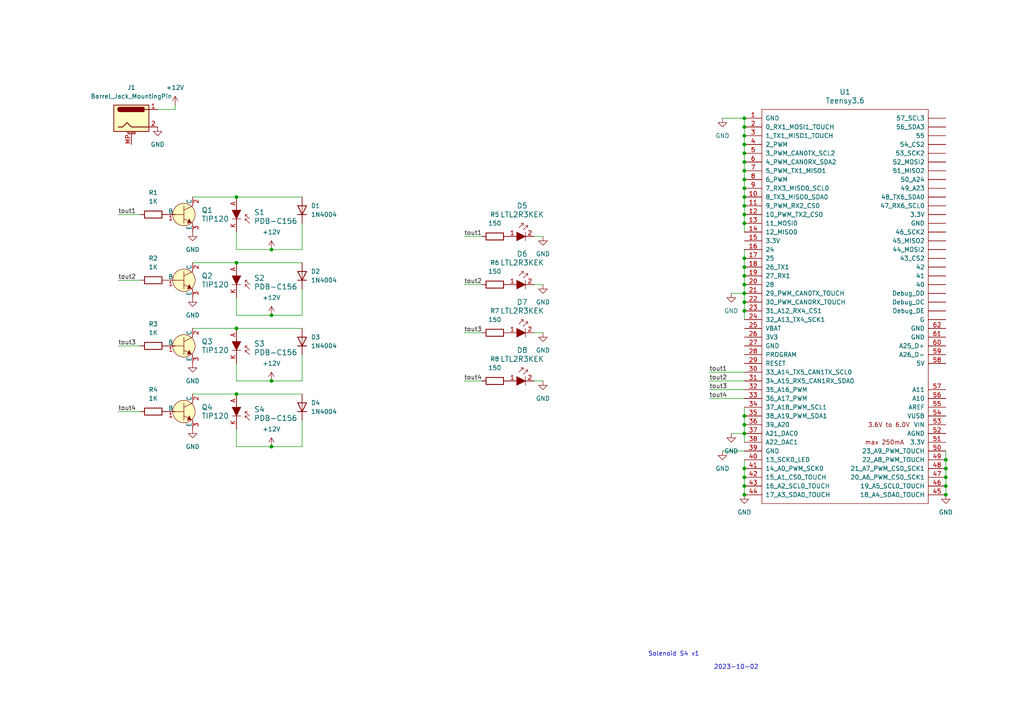
<source format=kicad_sch>
(kicad_sch (version 20230121) (generator eeschema)
  (paper "A4")
  (lib_symbols
    (symbol "Connector:Barrel_Jack_MountingPin" (pin_names hide)
      (property "Reference" "J" (at 0 5.334 0))
      (property "Value" "Barrel_Jack_MountingPin" (at 1.27 -6.35 0))
      (symbol "Barrel_Jack_MountingPin_0_1"
        (rectangle (start -5.08 3.81) (end 5.08 -3.81) (stroke (width 0.254)) (fill (type background)))
        (arc (start -3.302 3.175) (mid -3.9343 2.54) (end -3.302 1.905) (stroke (width 0.254)))
        (arc (start -3.302 3.175) (mid -3.9343 2.54) (end -3.302 1.905) (stroke (width 0.254)) (fill (type outline)))
        (polyline (pts (xy 5.08 2.54) (xy 3.81 2.54)) (stroke (width 0.254)))
        (polyline (pts (xy -3.81 -2.54) (xy -2.54 -2.54) (xy -1.27 -1.27) (xy 0 -2.54) (xy 2.54 -2.54) (xy 5.08 -2.54)) (stroke (width 0.254)))
        (rectangle (start 3.683 3.175) (end -3.302 1.905) (stroke (width 0.254)) (fill (type outline)))
      )
      (symbol "Barrel_Jack_MountingPin_1_1"
        (polyline (pts (xy -1.016 -4.572) (xy 1.016 -4.572)) (stroke (width 0.1524)))
        (text "Mounting" (at 0 -4.191 0) (effects (font (size 0.381 0.381))))
        (pin passive line (at 7.62 2.54 180) (length 2.54) (name "~") (number "1"))
        (pin passive line (at 7.62 -2.54 180) (length 2.54) (name "~") (number "2"))
        (pin passive line (at 0 -7.62 90) (length 3.048) (name "MountPin") (number "MP"))
      )
    )
    (symbol "Device:R" (pin_numbers hide) (pin_names (offset 0))
      (property "Reference" "R" (at 2.032 0 90))
      (property "Value" "R" (at 0 0 90))
      (symbol "R_0_1"
        (rectangle (start -1.016 -2.54) (end 1.016 2.54) (stroke (width 0.254)))
      )
      (symbol "R_1_1"
        (pin passive line (at 0 3.81 270) (length 1.27) (name "~") (number "1"))
        (pin passive line (at 0 -3.81 90) (length 1.27) (name "~") (number "2"))
      )
    )
    (symbol "Diode:1N4004" (pin_numbers hide) (pin_names hide)
      (property "Reference" "D" (at 0 2.54 0))
      (property "Value" "1N4004" (at 0 -2.54 0))
      (symbol "1N4004_0_1"
        (polyline (pts (xy -1.27 1.27) (xy -1.27 -1.27)) (stroke (width 0.254)))
        (polyline (pts (xy 1.27 0) (xy -1.27 0)))
        (polyline (pts (xy 1.27 1.27) (xy 1.27 -1.27) (xy -1.27 0) (xy 1.27 1.27)) (stroke (width 0.254)))
      )
      (symbol "1N4004_1_1"
        (pin passive line (at -3.81 0 0) (length 2.54) (name "K") (number "1"))
        (pin passive line (at 3.81 0 180) (length 2.54) (name "A") (number "2"))
      )
    )
    (symbol "dk_LED-Indication-Discrete:LTL2R3KEK" (pin_names (offset 0))
      (property "Reference" "D" (at -3.81 2.54 0))
      (property "Value" "LTL2R3KEK" (at -1.27 -3.81 0))
      (symbol "LTL2R3KEK_0_1"
        (polyline (pts (xy -0.635 3.81) (xy -1.905 2.54)))
        (polyline (pts (xy 0 1.27) (xy 0 -1.27)))
        (polyline (pts (xy 0.635 3.175) (xy -0.635 1.905)))
        (polyline (pts (xy -1.27 3.81) (xy -0.635 3.81) (xy -0.635 3.175)))
        (polyline (pts (xy 0 3.175) (xy 0.635 3.175) (xy 0.635 2.54)))
        (polyline (pts (xy -2.54 1.27) (xy -2.54 -1.27) (xy 0 0) (xy -2.54 1.27)) (fill (type outline)))
      )
      (symbol "LTL2R3KEK_1_1"
        (pin passive line (at -5.08 0 0) (length 2.54) (name "~") (number "1"))
        (pin passive line (at 2.54 0 180) (length 2.54) (name "~") (number "2"))
      )
    )
    (symbol "dk_Optical-Sensors-Photodiodes:PDB-C156" (pin_names (offset 0) hide)
      (property "Reference" "PV" (at 1.27 5.08 0))
      (property "Value" "PDB-C156" (at 1.27 -3.81 0))
      (symbol "PDB-C156_0_1"
        (polyline (pts (xy 1.27 1.27) (xy 1.27 -1.27)))
        (polyline (pts (xy -1.27 1.27) (xy -1.27 -1.27) (xy 1.27 0) (xy -1.27 1.27)) (fill (type outline)))
        (polyline (pts (xy 0 2.54) (xy 0.635 2.54) (xy 0 2.54) (xy 0 3.175) (xy 0 2.54) (xy 1.27 3.81)))
        (polyline (pts (xy 1.27 2.54) (xy 1.27 3.175) (xy 1.27 2.54) (xy 1.905 2.54) (xy 1.27 2.54) (xy 2.54 3.81)))
      )
      (symbol "PDB-C156_1_1"
        (pin passive line (at -5.08 0 0) (length 3.81) (name "~") (number "A"))
        (pin passive line (at 5.08 0 180) (length 3.81) (name "~") (number "K"))
      )
    )
    (symbol "dk_Transistors-Bipolar-BJT-Single:TIP120" (pin_names (offset 0))
      (property "Reference" "Q" (at -3.2004 4.2164 0))
      (property "Value" "TIP120" (at 5.2324 0 90))
      (symbol "TIP120_0_1"
        (polyline (pts (xy -3.81 0) (xy -2.54 0)))
        (polyline (pts (xy -3.556 0) (xy 0 0)))
        (polyline (pts (xy 0 -1.27) (xy 2.54 -2.54)))
        (polyline (pts (xy 0 1.27) (xy 2.54 2.54)))
        (polyline (pts (xy 0 2.54) (xy 0 -2.54)))
        (polyline (pts (xy 1.524 -1.27) (xy 2.032 -2.286) (xy 1.016 -2.54) (xy 1.524 -1.27)) (fill (type outline)))
        (circle (center 0 0) (radius 3.2512) (fill (type background)))
      )
      (symbol "TIP120_1_1"
        (pin input line (at -5.08 0 0) (length 2.54) (name "B") (number "1"))
        (pin passive line (at 2.54 5.08 270) (length 2.54) (name "C") (number "2"))
        (pin passive line (at 2.54 -5.08 90) (length 2.54) (name "E") (number "3"))
      )
    )
    (symbol "power:+12V" (power) (pin_names (offset 0))
      (property "Value" "+12V" (at 0 3.556 0))
      (symbol "+12V_0_1"
        (polyline (pts (xy -0.762 1.27) (xy 0 2.54)))
        (polyline (pts (xy 0 0) (xy 0 2.54)))
        (polyline (pts (xy 0 2.54) (xy 0.762 1.27)))
      )
      (symbol "+12V_1_1"
        (pin power_in line (at 0 0 90) (length 0) hide (name "+12V") (number "1"))
      )
    )
    (symbol "power:GND" (power) (pin_names (offset 0))
      (property "Value" "GND" (at 0 -3.81 0))
      (symbol "GND_0_1"
        (polyline (pts (xy 0 0) (xy 0 -1.27) (xy 1.27 -1.27) (xy 0 -2.54) (xy -1.27 -1.27) (xy 0 -1.27)))
      )
      (symbol "GND_1_1"
        (pin power_in line (at 0 0 270) (length 0) hide (name "GND") (number "1"))
      )
    )
    (symbol "teensy:Teensy3.6" (pin_names (offset 1.016))
      (property "Reference" "U" (at 0 59.69 0))
      (property "Value" "Teensy3.6" (at 0 -59.69 0))
      (symbol "Teensy3.6_0_0"
        (rectangle (start -24.13 57.15) (end 24.13 -57.15))
        (text "3.6V to 6.0V" (at 12.7 -34.29 0) (effects (font (size 1.27 1.27))))
        (text "max 250mA" (at 11.43 -39.37 0) (effects (font (size 1.27 1.27))))
      )
      (symbol "Teensy3.6_1_1"
        (pin power_in line (at -29.21 54.61 0) (length 5.08) (name "GND") (number "1"))
        (pin bidirectional line (at -29.21 31.75 0) (length 5.08) (name "8_TX3_MISO0_SDA0") (number "10"))
        (pin bidirectional line (at -29.21 29.21 0) (length 5.08) (name "9_PWM_RX2_CS0") (number "11"))
        (pin bidirectional line (at -29.21 26.67 0) (length 5.08) (name "10_PWM_TX2_CS0") (number "12"))
        (pin bidirectional line (at -29.21 24.13 0) (length 5.08) (name "11_MOSI0") (number "13"))
        (pin bidirectional line (at -29.21 21.59 0) (length 5.08) (name "12_MISO0") (number "14"))
        (pin power_in line (at -29.21 19.05 0) (length 5.08) (name "3.3V") (number "15"))
        (pin bidirectional line (at -29.21 16.51 0) (length 5.08) (name "24") (number "16"))
        (pin bidirectional line (at -29.21 13.97 0) (length 5.08) (name "25") (number "17"))
        (pin bidirectional line (at -29.21 11.43 0) (length 5.08) (name "26_TX1") (number "18"))
        (pin bidirectional line (at -29.21 8.89 0) (length 5.08) (name "27_RX1") (number "19"))
        (pin bidirectional line (at -29.21 52.07 0) (length 5.08) (name "0_RX1_MOSI1_TOUCH") (number "2"))
        (pin bidirectional line (at -29.21 6.35 0) (length 5.08) (name "28") (number "20"))
        (pin bidirectional line (at -29.21 3.81 0) (length 5.08) (name "29_PWM_CAN0TX_TOUCH") (number "21"))
        (pin bidirectional line (at -29.21 1.27 0) (length 5.08) (name "30_PWM_CAN0RX_TOUCH") (number "22"))
        (pin bidirectional line (at -29.21 -1.27 0) (length 5.08) (name "31_A12_RX4_CS1") (number "23"))
        (pin bidirectional line (at -29.21 -3.81 0) (length 5.08) (name "32_A13_TX4_SCK1") (number "24"))
        (pin power_in line (at -29.21 -6.35 0) (length 5.08) (name "VBAT") (number "25"))
        (pin power_in line (at -29.21 -8.89 0) (length 5.08) (name "3V3") (number "26"))
        (pin power_in line (at -29.21 -11.43 0) (length 5.08) (name "GND") (number "27"))
        (pin input line (at -29.21 -13.97 0) (length 5.08) (name "PROGRAM") (number "28"))
        (pin input line (at -29.21 -16.51 0) (length 5.08) (name "RESET") (number "29"))
        (pin bidirectional line (at -29.21 49.53 0) (length 5.08) (name "1_TX1_MISO1_TOUCH") (number "3"))
        (pin bidirectional line (at -29.21 -19.05 0) (length 5.08) (name "33_A14_TX5_CAN1TX_SCL0") (number "30"))
        (pin bidirectional line (at -29.21 -21.59 0) (length 5.08) (name "34_A15_RX5_CAN1RX_SDA0") (number "31"))
        (pin bidirectional line (at -29.21 -24.13 0) (length 5.08) (name "35_A16_PWM") (number "32"))
        (pin bidirectional line (at -29.21 -26.67 0) (length 5.08) (name "36_A17_PWM") (number "33"))
        (pin bidirectional line (at -29.21 -29.21 0) (length 5.08) (name "37_A18_PWM_SCL1") (number "34"))
        (pin bidirectional line (at -29.21 -31.75 0) (length 5.08) (name "38_A19_PWM_SDA1") (number "35"))
        (pin bidirectional line (at -29.21 -34.29 0) (length 5.08) (name "39_A20") (number "36"))
        (pin bidirectional line (at -29.21 -36.83 0) (length 5.08) (name "A21_DAC0") (number "37"))
        (pin bidirectional line (at -29.21 -39.37 0) (length 5.08) (name "A22_DAC1") (number "38"))
        (pin power_in line (at -29.21 -41.91 0) (length 5.08) (name "GND") (number "39"))
        (pin bidirectional line (at -29.21 46.99 0) (length 5.08) (name "2_PWM") (number "4"))
        (pin bidirectional line (at -29.21 -44.45 0) (length 5.08) (name "13_SCK0_LED") (number "40"))
        (pin bidirectional line (at -29.21 -46.99 0) (length 5.08) (name "14_A0_PWM_SCK0") (number "41"))
        (pin bidirectional line (at -29.21 -49.53 0) (length 5.08) (name "15_A1_CS0_TOUCH") (number "42"))
        (pin bidirectional line (at -29.21 -52.07 0) (length 5.08) (name "16_A2_SCL0_TOUCH") (number "43"))
        (pin bidirectional line (at -29.21 -54.61 0) (length 5.08) (name "17_A3_SDA0_TOUCH") (number "44"))
        (pin bidirectional line (at 29.21 -54.61 180) (length 5.08) (name "18_A4_SDA0_TOUCH") (number "45"))
        (pin bidirectional line (at 29.21 -52.07 180) (length 5.08) (name "19_A5_SCL0_TOUCH") (number "46"))
        (pin bidirectional line (at 29.21 -49.53 180) (length 5.08) (name "20_A6_PWM_CS0_SCK1") (number "47"))
        (pin bidirectional line (at 29.21 -46.99 180) (length 5.08) (name "21_A7_PWM_CS0_SCK1") (number "48"))
        (pin bidirectional line (at 29.21 -44.45 180) (length 5.08) (name "22_A8_PWM_TOUCH") (number "49"))
        (pin bidirectional line (at -29.21 44.45 0) (length 5.08) (name "3_PWM_CAN0TX_SCL2") (number "5"))
        (pin bidirectional line (at 29.21 -41.91 180) (length 5.08) (name "23_A9_PWM_TOUCH") (number "50"))
        (pin power_out line (at 29.21 -39.37 180) (length 5.08) (name "3.3V") (number "51"))
        (pin power_out line (at 29.21 -36.83 180) (length 5.08) (name "AGND") (number "52"))
        (pin power_in line (at 29.21 -34.29 180) (length 5.08) (name "VIN") (number "53"))
        (pin power_in line (at 29.21 -31.75 180) (length 5.08) (name "VUSB") (number "54"))
        (pin input line (at 29.21 -29.21 180) (length 5.08) (name "AREF") (number "55"))
        (pin bidirectional line (at 29.21 -26.67 180) (length 5.08) (name "A10") (number "56"))
        (pin bidirectional line (at 29.21 -24.13 180) (length 5.08) (name "A11") (number "57"))
        (pin power_in line (at 29.21 -16.51 180) (length 5.08) (name "5V") (number "58"))
        (pin bidirectional line (at 29.21 -13.97 180) (length 5.08) (name "A26_D-") (number "59"))
        (pin bidirectional line (at -29.21 41.91 0) (length 5.08) (name "4_PWM_CAN0RX_SDA2") (number "6"))
        (pin bidirectional line (at 29.21 -11.43 180) (length 5.08) (name "A25_D+") (number "60"))
        (pin power_in line (at 29.21 -8.89 180) (length 5.08) (name "GND") (number "61"))
        (pin power_in line (at 29.21 -6.35 180) (length 5.08) (name "GND") (number "62"))
        (pin bidirectional line (at -29.21 39.37 0) (length 5.08) (name "5_PWM_TX1_MISO1") (number "7"))
        (pin bidirectional line (at -29.21 36.83 0) (length 5.08) (name "6_PWM") (number "8"))
        (pin bidirectional line (at -29.21 34.29 0) (length 5.08) (name "7_RX3_MISO0_SCL0") (number "9"))
        (pin power_in line (at 29.21 26.67 180) (length 5.08) (name "3.3V") (number "~"))
        (pin bidirectional line (at 29.21 6.35 180) (length 5.08) (name "40") (number "~"))
        (pin bidirectional line (at 29.21 8.89 180) (length 5.08) (name "41") (number "~"))
        (pin bidirectional line (at 29.21 11.43 180) (length 5.08) (name "42") (number "~"))
        (pin bidirectional line (at 29.21 13.97 180) (length 5.08) (name "43_CS2") (number "~"))
        (pin bidirectional line (at 29.21 16.51 180) (length 5.08) (name "44_MOSI2") (number "~"))
        (pin bidirectional line (at 29.21 19.05 180) (length 5.08) (name "45_MISO2") (number "~"))
        (pin bidirectional line (at 29.21 21.59 180) (length 5.08) (name "46_SCK2") (number "~"))
        (pin bidirectional line (at 29.21 29.21 180) (length 5.08) (name "47_RX6_SCL0") (number "~"))
        (pin bidirectional line (at 29.21 31.75 180) (length 5.08) (name "48_TX6_SDA0") (number "~"))
        (pin bidirectional line (at 29.21 34.29 180) (length 5.08) (name "49_A23") (number "~"))
        (pin bidirectional line (at 29.21 36.83 180) (length 5.08) (name "50_A24") (number "~"))
        (pin bidirectional line (at 29.21 39.37 180) (length 5.08) (name "51_MISO2") (number "~"))
        (pin bidirectional line (at 29.21 41.91 180) (length 5.08) (name "52_MOSI2") (number "~"))
        (pin bidirectional line (at 29.21 44.45 180) (length 5.08) (name "53_SCK2") (number "~"))
        (pin bidirectional line (at 29.21 46.99 180) (length 5.08) (name "54_CS2") (number "~"))
        (pin bidirectional line (at 29.21 49.53 180) (length 5.08) (name "55") (number "~"))
        (pin bidirectional line (at 29.21 52.07 180) (length 5.08) (name "56_SDA3") (number "~"))
        (pin bidirectional line (at 29.21 54.61 180) (length 5.08) (name "57_SCL3") (number "~"))
        (pin input line (at 29.21 1.27 180) (length 5.08) (name "Debug_DC") (number "~"))
        (pin input line (at 29.21 3.81 180) (length 5.08) (name "Debug_DD") (number "~"))
        (pin input line (at 29.21 -1.27 180) (length 5.08) (name "Debug_DE") (number "~"))
        (pin power_in line (at 29.21 -3.81 180) (length 5.08) (name "G") (number "~"))
        (pin power_in line (at 29.21 24.13 180) (length 5.08) (name "GND") (number "~"))
      )
    )
  )
  (junction (at 274.32 133.35))
  (junction (at 215.9 49.53))
  (junction (at 215.9 135.89))
  (junction (at 274.32 143.51))
  (junction (at 215.9 46.99))
  (junction (at 215.9 57.15))
  (junction (at 215.9 41.91))
  (junction (at 215.9 125.73))
  (junction (at 215.9 87.63))
  (junction (at 68.58 57.15))
  (junction (at 274.32 140.97))
  (junction (at 215.9 138.43))
  (junction (at 215.9 74.93))
  (junction (at 68.58 95.25))
  (junction (at 274.32 138.43))
  (junction (at 215.9 62.23))
  (junction (at 68.58 76.2))
  (junction (at 78.74 91.44))
  (junction (at 215.9 143.51))
  (junction (at 215.9 44.45))
  (junction (at 215.9 64.77))
  (junction (at 274.32 135.89))
  (junction (at 215.9 120.65))
  (junction (at 215.9 80.01))
  (junction (at 215.9 85.09))
  (junction (at 215.9 54.61))
  (junction (at 68.58 114.3))
  (junction (at 78.74 110.49))
  (junction (at 215.9 82.55))
  (junction (at 215.9 34.29))
  (junction (at 215.9 39.37))
  (junction (at 215.9 77.47))
  (junction (at 215.9 140.97))
  (junction (at 78.74 72.39))
  (junction (at 215.9 36.83))
  (junction (at 215.9 59.69))
  (junction (at 215.9 123.19))
  (junction (at 215.9 52.07))
  (junction (at 215.9 90.17))
  (junction (at 78.74 129.54))
  (wire (pts (xy 68.58 95.25) (xy 87.63 95.25)))
  (wire (pts (xy 55.88 57.15) (xy 68.58 57.15)))
  (wire (pts (xy 215.9 62.23) (xy 215.9 64.77)))
  (wire (pts (xy 215.9 118.11) (xy 215.9 120.65)))
  (wire (pts (xy 78.74 91.44) (xy 68.58 91.44)))
  (wire (pts (xy 212.09 125.73) (xy 215.9 125.73)))
  (wire (pts (xy 215.9 87.63) (xy 215.9 90.17)))
  (wire (pts (xy 215.9 72.39) (xy 215.9 74.93)))
  (wire (pts (xy 215.9 135.89) (xy 215.9 138.43)))
  (wire (pts (xy 205.74 107.95) (xy 215.9 107.95)))
  (wire (pts (xy 215.9 77.47) (xy 215.9 80.01)))
  (wire (pts (xy 215.9 74.93) (xy 215.9 77.47)))
  (wire (pts (xy 205.74 115.57) (xy 215.9 115.57)))
  (wire (pts (xy 134.62 68.58) (xy 139.7 68.58)))
  (wire (pts (xy 87.63 83.82) (xy 87.63 91.44)))
  (wire (pts (xy 55.88 114.3) (xy 68.58 114.3)))
  (wire (pts (xy 209.55 130.81) (xy 215.9 130.81)))
  (wire (pts (xy 34.29 81.28) (xy 40.64 81.28)))
  (wire (pts (xy 205.74 110.49) (xy 215.9 110.49)))
  (wire (pts (xy 78.74 110.49) (xy 87.63 110.49)))
  (wire (pts (xy 215.9 41.91) (xy 215.9 44.45)))
  (wire (pts (xy 215.9 39.37) (xy 215.9 41.91)))
  (wire (pts (xy 68.58 67.31) (xy 68.58 72.39)))
  (wire (pts (xy 55.88 76.2) (xy 68.58 76.2)))
  (wire (pts (xy 212.09 85.09) (xy 215.9 85.09)))
  (wire (pts (xy 55.88 95.25) (xy 68.58 95.25)))
  (wire (pts (xy 68.58 105.41) (xy 68.58 110.49)))
  (wire (pts (xy 34.29 119.38) (xy 40.64 119.38)))
  (wire (pts (xy 68.58 57.15) (xy 87.63 57.15)))
  (wire (pts (xy 154.94 96.52) (xy 157.48 96.52)))
  (wire (pts (xy 50.8 30.48) (xy 50.8 31.75)))
  (wire (pts (xy 215.9 123.19) (xy 215.9 125.73)))
  (wire (pts (xy 154.94 110.49) (xy 157.48 110.49)))
  (wire (pts (xy 215.9 120.65) (xy 215.9 123.19)))
  (wire (pts (xy 78.74 129.54) (xy 68.58 129.54)))
  (wire (pts (xy 78.74 129.54) (xy 87.63 129.54)))
  (wire (pts (xy 215.9 64.77) (xy 215.9 67.31)))
  (wire (pts (xy 68.58 76.2) (xy 87.63 76.2)))
  (wire (pts (xy 87.63 64.77) (xy 87.63 72.39)))
  (wire (pts (xy 134.62 96.52) (xy 139.7 96.52)))
  (wire (pts (xy 34.29 62.23) (xy 40.64 62.23)))
  (wire (pts (xy 215.9 46.99) (xy 215.9 49.53)))
  (wire (pts (xy 274.32 135.89) (xy 274.32 138.43)))
  (wire (pts (xy 215.9 82.55) (xy 215.9 85.09)))
  (wire (pts (xy 274.32 140.97) (xy 274.32 143.51)))
  (wire (pts (xy 215.9 125.73) (xy 215.9 128.27)))
  (wire (pts (xy 68.58 86.36) (xy 68.58 91.44)))
  (wire (pts (xy 274.32 138.43) (xy 274.32 140.97)))
  (wire (pts (xy 215.9 34.29) (xy 215.9 36.83)))
  (wire (pts (xy 215.9 85.09) (xy 215.9 87.63)))
  (wire (pts (xy 215.9 59.69) (xy 215.9 62.23)))
  (wire (pts (xy 215.9 133.35) (xy 215.9 135.89)))
  (wire (pts (xy 154.94 68.58) (xy 157.48 68.58)))
  (wire (pts (xy 134.62 82.55) (xy 139.7 82.55)))
  (wire (pts (xy 45.72 31.75) (xy 50.8 31.75)))
  (wire (pts (xy 78.74 91.44) (xy 87.63 91.44)))
  (wire (pts (xy 209.55 34.29) (xy 215.9 34.29)))
  (wire (pts (xy 215.9 49.53) (xy 215.9 52.07)))
  (wire (pts (xy 87.63 121.92) (xy 87.63 129.54)))
  (wire (pts (xy 215.9 44.45) (xy 215.9 46.99)))
  (wire (pts (xy 78.74 72.39) (xy 87.63 72.39)))
  (wire (pts (xy 215.9 138.43) (xy 215.9 140.97)))
  (wire (pts (xy 68.58 124.46) (xy 68.58 129.54)))
  (wire (pts (xy 274.32 130.81) (xy 274.32 133.35)))
  (wire (pts (xy 134.62 110.49) (xy 139.7 110.49)))
  (wire (pts (xy 68.58 114.3) (xy 87.63 114.3)))
  (wire (pts (xy 215.9 36.83) (xy 215.9 39.37)))
  (wire (pts (xy 215.9 52.07) (xy 215.9 54.61)))
  (wire (pts (xy 78.74 110.49) (xy 68.58 110.49)))
  (wire (pts (xy 205.74 113.03) (xy 215.9 113.03)))
  (wire (pts (xy 215.9 57.15) (xy 215.9 59.69)))
  (wire (pts (xy 215.9 54.61) (xy 215.9 57.15)))
  (wire (pts (xy 215.9 90.17) (xy 215.9 92.71)))
  (wire (pts (xy 215.9 80.01) (xy 215.9 82.55)))
  (wire (pts (xy 154.94 82.55) (xy 157.48 82.55)))
  (wire (pts (xy 34.29 100.33) (xy 40.64 100.33)))
  (wire (pts (xy 274.32 133.35) (xy 274.32 135.89)))
  (wire (pts (xy 215.9 140.97) (xy 215.9 143.51)))
  (wire (pts (xy 87.63 102.87) (xy 87.63 110.49)))
  (wire (pts (xy 78.74 72.39) (xy 68.58 72.39)))
  (text "2023-10-02" (at 207.01 194.31 0) (effects (font (size 1.27 1.27)) (justify left bottom)))
  (text "Solenoid S4 v1\n" (at 187.96 190.5 0) (effects (font (size 1.27 1.27)) (justify left bottom)))
  (label "tout4" (at 34.29 119.38 0))
  (label "tout1" (at 34.29 62.23 0))
  (label "tout1" (at 205.74 107.95 0))
  (label "tout2" (at 134.62 82.55 0))
  (label "tout2" (at 34.29 81.28 0))
  (label "tout4" (at 205.74 115.57 0))
  (label "tout3" (at 205.74 113.03 0))
  (label "tout3" (at 134.62 96.52 0))
  (label "tout4" (at 134.62 110.49 0))
  (label "tout1" (at 134.62 68.58 0))
  (label "tout3" (at 34.29 100.33 0))
  (label "tout2" (at 205.74 110.49 0))
  (symbol (lib_id "power:GND") (at 215.9 143.51 0) (unit 1)
    (property "Reference" "#PWR018" (effects hide))
    (property "Value" "GND" (at 215.9 148.59 0))
  )
  (symbol (lib_id "power:GND") (at 45.72 36.83 0) (unit 1)
    (property "Reference" "#PWR01" (effects hide))
    (property "Value" "GND" (at 45.72 41.91 0))
  )
  (symbol (lib_id "dk_Optical-Sensors-Photodiodes:PDB-C156") (at 68.58 81.28 270) (unit 1)
    (property "Reference" "S2" (at 73.66 80.645 90) (effects (font (size 1.524 1.524)) (justify left)))
    (property "Value" "PDB-C156" (at 73.66 83.185 90) (effects (font (size 1.524 1.524)) (justify left)))
    (property "Footprint" "digikey-footprints:Photodiode_Radial_5.1x3mm_P2.54mm" (effects hide))
    (property "Digi-Key_PN" "PDB-C156-ND" (effects hide))
    (property "MPN" "PDB-C156" (effects hide))
    (property "Category" "Sensors, Transducers" (effects hide))
    (property "Family" "Optical Sensors - Photodiodes" (effects hide))
    (property "DK_Detail_Page" "/product-detail/en/advanced-photonix/PDB-C156/PDB-C156-ND/480587" (effects hide))
    (property "Description" "SENSOR PHOTODIODE 660NM RADIAL" (effects hide))
    (property "Manufacturer" "Advanced Photonix" (effects hide))
    (property "Status" "Active" (effects hide))
  )
  (symbol (lib_id "Device:R") (at 143.51 110.49 90) (unit 1)
    (property "Reference" "R8" (at 143.51 104.14 90))
    (property "Value" "150" (at 143.51 106.68 90))
    (property "Footprint" "Resistor_THT:R_Axial_DIN0207_L6.3mm_D2.5mm_P7.62mm_Horizontal" (effects hide))
  )
  (symbol (lib_id "dk_Transistors-Bipolar-BJT-Single:TIP120") (at 53.34 62.23 0) (unit 1)
    (property "Reference" "Q1" (at 58.42 60.96 0) (effects (font (size 1.524 1.524)) (justify left)))
    (property "Value" "TIP120" (at 58.42 63.5 0) (effects (font (size 1.524 1.524)) (justify left)))
    (property "Footprint" "digikey-footprints:TO-220-3" (effects hide))
    (property "Datasheet" "http://www.st.com/content/ccc/resource/technical/document/datasheet/f9/ed/f5/44/26/b9/43/a4/CD00000911.pdf/files/CD00000911.pdf/jcr:content/translations/en.CD00000911.pdf" (effects hide))
    (property "Digi-Key_PN" "497-2539-5-ND" (effects hide))
    (property "MPN" "TIP120" (effects hide))
    (property "Category" "Discrete Semiconductor Products" (effects hide))
    (property "Family" "Transistors - Bipolar (BJT) - Single" (effects hide))
    (property "DK_Datasheet_Link" "http://www.st.com/content/ccc/resource/technical/document/datasheet/f9/ed/f5/44/26/b9/43/a4/CD00000911.pdf/files/CD00000911.pdf/jcr:content/translations/en.CD00000911.pdf" (effects hide))
    (property "DK_Detail_Page" "/product-detail/en/stmicroelectronics/TIP120/497-2539-5-ND/603564" (effects hide))
    (property "Description" "TRANS NPN DARL 60V 5A TO-220" (effects hide))
    (property "Manufacturer" "STMicroelectronics" (effects hide))
    (property "Status" "Active" (effects hide))
  )
  (symbol (lib_id "Device:R") (at 44.45 100.33 90) (unit 1)
    (property "Reference" "R3" (at 44.45 93.98 90))
    (property "Value" "1K" (at 44.45 96.52 90))
    (property "Footprint" "Resistor_THT:R_Axial_DIN0207_L6.3mm_D2.5mm_P7.62mm_Horizontal" (effects hide))
  )
  (symbol (lib_id "power:GND") (at 55.88 105.41 0) (unit 1)
    (property "Reference" "#PWR010" (effects hide))
    (property "Value" "GND" (at 55.88 110.49 0))
  )
  (symbol (lib_id "power:+12V") (at 78.74 110.49 0) (unit 1)
    (property "Reference" "#PWR011" (effects hide))
    (property "Value" "+12V" (at 78.74 105.41 0))
  )
  (symbol (lib_id "dk_LED-Indication-Discrete:LTL2R3KEK") (at 152.4 96.52 0) (unit 1)
    (property "Reference" "D7" (at 151.4475 87.63 0) (effects (font (size 1.524 1.524))))
    (property "Value" "LTL2R3KEK" (at 151.4475 90.17 0) (effects (font (size 1.524 1.524))))
    (property "Footprint" "digikey-footprints:LED_5mm_Radial" (effects hide))
    (property "Datasheet" "http://optoelectronics.liteon.com/upload/download/DS-20-98-0286/LTL2R3KEK.pdf" (effects hide))
    (property "Digi-Key_PN" "160-1682-ND" (effects hide))
    (property "MPN" "LTL2R3KEK" (effects hide))
    (property "Category" "Optoelectronics" (effects hide))
    (property "Family" "LED Indication - Discrete" (effects hide))
    (property "DK_Datasheet_Link" "http://optoelectronics.liteon.com/upload/download/DS-20-98-0286/LTL2R3KEK.pdf" (effects hide))
    (property "DK_Detail_Page" "/product-detail/en/lite-on-inc/LTL2R3KEK/160-1682-ND/573572" (effects hide))
    (property "Description" "LED RED CLEAR T-1 3/4 T/H" (effects hide))
    (property "Manufacturer" "Lite-On Inc." (effects hide))
    (property "Status" "Active" (effects hide))
  )
  (symbol (lib_id "teensy:Teensy3.6") (at 245.11 88.9 0) (unit 1)
    (property "Reference" "U1" (at 245.11 26.67 0) (effects (font (size 1.524 1.524))))
    (property "Value" "Teensy3.6" (at 245.11 29.21 0) (effects (font (size 1.524 1.524))))
    (property "Footprint" "teensy.pretty-master:Teensy35_36" (effects hide))
  )
  (symbol (lib_id "Device:R") (at 44.45 119.38 90) (unit 1)
    (property "Reference" "R4" (at 44.45 113.03 90))
    (property "Value" "1K" (at 44.45 115.57 90))
    (property "Footprint" "Resistor_THT:R_Axial_DIN0207_L6.3mm_D2.5mm_P7.62mm_Horizontal" (effects hide))
  )
  (symbol (lib_id "Device:R") (at 44.45 62.23 90) (unit 1)
    (property "Reference" "R1" (at 44.45 55.88 90))
    (property "Value" "1K" (at 44.45 58.42 90))
    (property "Footprint" "Resistor_THT:R_Axial_DIN0207_L6.3mm_D2.5mm_P7.62mm_Horizontal" (effects hide))
  )
  (symbol (lib_id "power:GND") (at 55.88 67.31 0) (unit 1)
    (property "Reference" "#PWR07" (effects hide))
    (property "Value" "GND" (at 55.88 72.39 0))
  )
  (symbol (lib_id "power:GND") (at 157.48 110.49 0) (unit 1)
    (property "Reference" "#PWR014" (effects hide))
    (property "Value" "GND" (at 157.48 115.57 0))
  )
  (symbol (lib_id "dk_Optical-Sensors-Photodiodes:PDB-C156") (at 68.58 119.38 270) (unit 1)
    (property "Reference" "S4" (at 73.66 118.745 90) (effects (font (size 1.524 1.524)) (justify left)))
    (property "Value" "PDB-C156" (at 73.66 121.285 90) (effects (font (size 1.524 1.524)) (justify left)))
    (property "Footprint" "digikey-footprints:Photodiode_Radial_5.1x3mm_P2.54mm" (effects hide))
    (property "Digi-Key_PN" "PDB-C156-ND" (effects hide))
    (property "MPN" "PDB-C156" (effects hide))
    (property "Category" "Sensors, Transducers" (effects hide))
    (property "Family" "Optical Sensors - Photodiodes" (effects hide))
    (property "DK_Detail_Page" "/product-detail/en/advanced-photonix/PDB-C156/PDB-C156-ND/480587" (effects hide))
    (property "Description" "SENSOR PHOTODIODE 660NM RADIAL" (effects hide))
    (property "Manufacturer" "Advanced Photonix" (effects hide))
    (property "Status" "Active" (effects hide))
  )
  (symbol (lib_id "Connector:Barrel_Jack_MountingPin") (at 38.1 34.29 0) (unit 1)
    (property "Reference" "J1" (at 38.1 25.4 0))
    (property "Value" "Barrel_Jack_MountingPin" (at 38.1 27.94 0))
    (property "Footprint" "Connector_BarrelJack:BarrelJack_Wuerth_6941xx301002" (effects hide))
  )
  (symbol (lib_id "power:+12V") (at 78.74 72.39 0) (unit 1)
    (property "Reference" "#PWR03" (effects hide))
    (property "Value" "+12V" (at 78.74 67.31 0))
  )
  (symbol (lib_id "Diode:1N4004") (at 87.63 60.96 90) (unit 1)
    (property "Reference" "D1" (at 90.17 59.69 90) (effects (justify right)))
    (property "Value" "1N4004" (at 90.17 62.23 90) (effects (justify right)))
    (property "Footprint" "Diode_THT:D_DO-41_SOD81_P10.16mm_Horizontal" (effects hide))
    (property "Datasheet" "http://www.vishay.com/docs/88503/1n4001.pdf" (effects hide))
    (property "Sim.Device" "D" (effects hide))
    (property "Sim.Pins" "1=K 2=A" (effects hide))
  )
  (symbol (lib_id "power:+12V") (at 50.8 30.48 0) (unit 1)
    (property "Reference" "#PWR02" (effects hide))
    (property "Value" "+12V" (at 50.8 25.4 0))
  )
  (symbol (lib_id "dk_Transistors-Bipolar-BJT-Single:TIP120") (at 53.34 119.38 0) (unit 1)
    (property "Reference" "Q4" (at 58.42 118.11 0) (effects (font (size 1.524 1.524)) (justify left)))
    (property "Value" "TIP120" (at 58.42 120.65 0) (effects (font (size 1.524 1.524)) (justify left)))
    (property "Footprint" "digikey-footprints:TO-220-3" (effects hide))
    (property "Datasheet" "http://www.st.com/content/ccc/resource/technical/document/datasheet/f9/ed/f5/44/26/b9/43/a4/CD00000911.pdf/files/CD00000911.pdf/jcr:content/translations/en.CD00000911.pdf" (effects hide))
    (property "Digi-Key_PN" "497-2539-5-ND" (effects hide))
    (property "MPN" "TIP120" (effects hide))
    (property "Category" "Discrete Semiconductor Products" (effects hide))
    (property "Family" "Transistors - Bipolar (BJT) - Single" (effects hide))
    (property "DK_Datasheet_Link" "http://www.st.com/content/ccc/resource/technical/document/datasheet/f9/ed/f5/44/26/b9/43/a4/CD00000911.pdf/files/CD00000911.pdf/jcr:content/translations/en.CD00000911.pdf" (effects hide))
    (property "DK_Detail_Page" "/product-detail/en/stmicroelectronics/TIP120/497-2539-5-ND/603564" (effects hide))
    (property "Description" "TRANS NPN DARL 60V 5A TO-220" (effects hide))
    (property "Manufacturer" "STMicroelectronics" (effects hide))
    (property "Status" "Active" (effects hide))
  )
  (symbol (lib_id "power:GND") (at 157.48 82.55 0) (unit 1)
    (property "Reference" "#PWR016" (effects hide))
    (property "Value" "GND" (at 157.48 87.63 0))
  )
  (symbol (lib_id "Diode:1N4004") (at 87.63 118.11 90) (unit 1)
    (property "Reference" "D4" (at 90.17 116.84 90) (effects (justify right)))
    (property "Value" "1N4004" (at 90.17 119.38 90) (effects (justify right)))
    (property "Footprint" "Diode_THT:D_DO-41_SOD81_P10.16mm_Horizontal" (effects hide))
    (property "Datasheet" "http://www.vishay.com/docs/88503/1n4001.pdf" (effects hide))
    (property "Sim.Device" "D" (effects hide))
    (property "Sim.Pins" "1=K 2=A" (effects hide))
  )
  (symbol (lib_id "Diode:1N4004") (at 87.63 80.01 90) (unit 1)
    (property "Reference" "D2" (at 90.17 78.74 90) (effects (justify right)))
    (property "Value" "1N4004" (at 90.17 81.28 90) (effects (justify right)))
    (property "Footprint" "Diode_THT:D_DO-41_SOD81_P10.16mm_Horizontal" (effects hide))
    (property "Datasheet" "http://www.vishay.com/docs/88503/1n4001.pdf" (effects hide))
    (property "Sim.Device" "D" (effects hide))
    (property "Sim.Pins" "1=K 2=A" (effects hide))
  )
  (symbol (lib_id "dk_Optical-Sensors-Photodiodes:PDB-C156") (at 68.58 100.33 270) (unit 1)
    (property "Reference" "S3" (at 73.66 99.695 90) (effects (font (size 1.524 1.524)) (justify left)))
    (property "Value" "PDB-C156" (at 73.66 102.235 90) (effects (font (size 1.524 1.524)) (justify left)))
    (property "Footprint" "digikey-footprints:Photodiode_Radial_5.1x3mm_P2.54mm" (effects hide))
    (property "Digi-Key_PN" "PDB-C156-ND" (effects hide))
    (property "MPN" "PDB-C156" (effects hide))
    (property "Category" "Sensors, Transducers" (effects hide))
    (property "Family" "Optical Sensors - Photodiodes" (effects hide))
    (property "DK_Detail_Page" "/product-detail/en/advanced-photonix/PDB-C156/PDB-C156-ND/480587" (effects hide))
    (property "Description" "SENSOR PHOTODIODE 660NM RADIAL" (effects hide))
    (property "Manufacturer" "Advanced Photonix" (effects hide))
    (property "Status" "Active" (effects hide))
  )
  (symbol (lib_id "power:GND") (at 274.32 143.51 0) (unit 1)
    (property "Reference" "#PWR05" (effects hide))
    (property "Value" "GND" (at 274.32 148.59 0))
  )
  (symbol (lib_id "dk_Optical-Sensors-Photodiodes:PDB-C156") (at 68.58 62.23 270) (unit 1)
    (property "Reference" "S1" (at 73.66 61.595 90) (effects (font (size 1.524 1.524)) (justify left)))
    (property "Value" "PDB-C156" (at 73.66 64.135 90) (effects (font (size 1.524 1.524)) (justify left)))
    (property "Footprint" "digikey-footprints:Photodiode_Radial_5.1x3mm_P2.54mm" (effects hide))
    (property "Digi-Key_PN" "PDB-C156-ND" (effects hide))
    (property "MPN" "PDB-C156" (effects hide))
    (property "Category" "Sensors, Transducers" (effects hide))
    (property "Family" "Optical Sensors - Photodiodes" (effects hide))
    (property "DK_Detail_Page" "/product-detail/en/advanced-photonix/PDB-C156/PDB-C156-ND/480587" (effects hide))
    (property "Description" "SENSOR PHOTODIODE 660NM RADIAL" (effects hide))
    (property "Manufacturer" "Advanced Photonix" (effects hide))
    (property "Status" "Active" (effects hide))
  )
  (symbol (lib_id "dk_LED-Indication-Discrete:LTL2R3KEK") (at 152.4 82.55 0) (unit 1)
    (property "Reference" "D6" (at 151.4475 73.66 0) (effects (font (size 1.524 1.524))))
    (property "Value" "LTL2R3KEK" (at 151.4475 76.2 0) (effects (font (size 1.524 1.524))))
    (property "Footprint" "digikey-footprints:LED_5mm_Radial" (effects hide))
    (property "Datasheet" "http://optoelectronics.liteon.com/upload/download/DS-20-98-0286/LTL2R3KEK.pdf" (effects hide))
    (property "Digi-Key_PN" "160-1682-ND" (effects hide))
    (property "MPN" "LTL2R3KEK" (effects hide))
    (property "Category" "Optoelectronics" (effects hide))
    (property "Family" "LED Indication - Discrete" (effects hide))
    (property "DK_Datasheet_Link" "http://optoelectronics.liteon.com/upload/download/DS-20-98-0286/LTL2R3KEK.pdf" (effects hide))
    (property "DK_Detail_Page" "/product-detail/en/lite-on-inc/LTL2R3KEK/160-1682-ND/573572" (effects hide))
    (property "Description" "LED RED CLEAR T-1 3/4 T/H" (effects hide))
    (property "Manufacturer" "Lite-On Inc." (effects hide))
    (property "Status" "Active" (effects hide))
  )
  (symbol (lib_id "Device:R") (at 44.45 81.28 90) (unit 1)
    (property "Reference" "R2" (at 44.45 74.93 90))
    (property "Value" "1K" (at 44.45 77.47 90))
    (property "Footprint" "Resistor_THT:R_Axial_DIN0207_L6.3mm_D2.5mm_P7.62mm_Horizontal" (effects hide))
  )
  (symbol (lib_id "power:GND") (at 212.09 125.73 0) (unit 1)
    (property "Reference" "#PWR019" (effects hide))
    (property "Value" "GND" (at 212.09 130.81 0))
  )
  (symbol (lib_id "Diode:1N4004") (at 87.63 99.06 90) (unit 1)
    (property "Reference" "D3" (at 90.17 97.79 90) (effects (justify right)))
    (property "Value" "1N4004" (at 90.17 100.33 90) (effects (justify right)))
    (property "Footprint" "Diode_THT:D_DO-41_SOD81_P10.16mm_Horizontal" (effects hide))
    (property "Datasheet" "http://www.vishay.com/docs/88503/1n4001.pdf" (effects hide))
    (property "Sim.Device" "D" (effects hide))
    (property "Sim.Pins" "1=K 2=A" (effects hide))
  )
  (symbol (lib_id "Device:R") (at 143.51 96.52 90) (unit 1)
    (property "Reference" "R7" (at 143.51 90.17 90))
    (property "Value" "150" (at 143.51 92.71 90))
    (property "Footprint" "Resistor_THT:R_Axial_DIN0207_L6.3mm_D2.5mm_P7.62mm_Horizontal" (effects hide))
  )
  (symbol (lib_id "Device:R") (at 143.51 82.55 90) (unit 1)
    (property "Reference" "R6" (at 143.51 76.2 90))
    (property "Value" "150" (at 143.51 78.74 90))
    (property "Footprint" "Resistor_THT:R_Axial_DIN0207_L6.3mm_D2.5mm_P7.62mm_Horizontal" (effects hide))
  )
  (symbol (lib_id "dk_LED-Indication-Discrete:LTL2R3KEK") (at 152.4 110.49 0) (unit 1)
    (property "Reference" "D8" (at 151.4475 101.6 0) (effects (font (size 1.524 1.524))))
    (property "Value" "LTL2R3KEK" (at 151.4475 104.14 0) (effects (font (size 1.524 1.524))))
    (property "Footprint" "digikey-footprints:LED_5mm_Radial" (effects hide))
    (property "Datasheet" "http://optoelectronics.liteon.com/upload/download/DS-20-98-0286/LTL2R3KEK.pdf" (effects hide))
    (property "Digi-Key_PN" "160-1682-ND" (effects hide))
    (property "MPN" "LTL2R3KEK" (effects hide))
    (property "Category" "Optoelectronics" (effects hide))
    (property "Family" "LED Indication - Discrete" (effects hide))
    (property "DK_Datasheet_Link" "http://optoelectronics.liteon.com/upload/download/DS-20-98-0286/LTL2R3KEK.pdf" (effects hide))
    (property "DK_Detail_Page" "/product-detail/en/lite-on-inc/LTL2R3KEK/160-1682-ND/573572" (effects hide))
    (property "Description" "LED RED CLEAR T-1 3/4 T/H" (effects hide))
    (property "Manufacturer" "Lite-On Inc." (effects hide))
    (property "Status" "Active" (effects hide))
  )
  (symbol (lib_id "power:GND") (at 212.09 85.09 0) (unit 1)
    (property "Reference" "#PWR020" (effects hide))
    (property "Value" "GND" (at 212.09 90.17 0))
  )
  (symbol (lib_id "power:GND") (at 157.48 96.52 0) (unit 1)
    (property "Reference" "#PWR015" (effects hide))
    (property "Value" "GND" (at 157.48 101.6 0))
  )
  (symbol (lib_id "power:GND") (at 55.88 124.46 0) (unit 1)
    (property "Reference" "#PWR012" (effects hide))
    (property "Value" "GND" (at 55.88 129.54 0))
  )
  (symbol (lib_id "power:GND") (at 209.55 130.81 0) (unit 1)
    (property "Reference" "#PWR06" (effects hide))
    (property "Value" "GND" (at 209.55 135.89 0))
  )
  (symbol (lib_id "power:GND") (at 209.55 34.29 0) (unit 1)
    (property "Reference" "#PWR04" (effects hide))
    (property "Value" "GND" (at 209.55 39.37 0))
  )
  (symbol (lib_id "Device:R") (at 143.51 68.58 90) (unit 1)
    (property "Reference" "R5" (at 143.51 62.23 90))
    (property "Value" "150" (at 143.51 64.77 90))
    (property "Footprint" "Resistor_THT:R_Axial_DIN0207_L6.3mm_D2.5mm_P7.62mm_Horizontal" (effects hide))
  )
  (symbol (lib_id "power:+12V") (at 78.74 129.54 0) (unit 1)
    (property "Reference" "#PWR013" (effects hide))
    (property "Value" "+12V" (at 78.74 124.46 0))
  )
  (symbol (lib_id "power:GND") (at 55.88 86.36 0) (unit 1)
    (property "Reference" "#PWR08" (effects hide))
    (property "Value" "GND" (at 55.88 91.44 0))
  )
  (symbol (lib_id "power:GND") (at 157.48 68.58 0) (unit 1)
    (property "Reference" "#PWR017" (effects hide))
    (property "Value" "GND" (at 157.48 73.66 0))
  )
  (symbol (lib_id "power:+12V") (at 78.74 91.44 0) (unit 1)
    (property "Reference" "#PWR09" (effects hide))
    (property "Value" "+12V" (at 78.74 86.36 0))
  )
  (symbol (lib_id "dk_Transistors-Bipolar-BJT-Single:TIP120") (at 53.34 100.33 0) (unit 1)
    (property "Reference" "Q3" (at 58.42 99.06 0) (effects (font (size 1.524 1.524)) (justify left)))
    (property "Value" "TIP120" (at 58.42 101.6 0) (effects (font (size 1.524 1.524)) (justify left)))
    (property "Footprint" "digikey-footprints:TO-220-3" (effects hide))
    (property "Datasheet" "http://www.st.com/content/ccc/resource/technical/document/datasheet/f9/ed/f5/44/26/b9/43/a4/CD00000911.pdf/files/CD00000911.pdf/jcr:content/translations/en.CD00000911.pdf" (effects hide))
    (property "Digi-Key_PN" "497-2539-5-ND" (effects hide))
    (property "MPN" "TIP120" (effects hide))
    (property "Category" "Discrete Semiconductor Products" (effects hide))
    (property "Family" "Transistors - Bipolar (BJT) - Single" (effects hide))
    (property "DK_Datasheet_Link" "http://www.st.com/content/ccc/resource/technical/document/datasheet/f9/ed/f5/44/26/b9/43/a4/CD00000911.pdf/files/CD00000911.pdf/jcr:content/translations/en.CD00000911.pdf" (effects hide))
    (property "DK_Detail_Page" "/product-detail/en/stmicroelectronics/TIP120/497-2539-5-ND/603564" (effects hide))
    (property "Description" "TRANS NPN DARL 60V 5A TO-220" (effects hide))
    (property "Manufacturer" "STMicroelectronics" (effects hide))
    (property "Status" "Active" (effects hide))
  )
  (symbol (lib_id "dk_Transistors-Bipolar-BJT-Single:TIP120") (at 53.34 81.28 0) (unit 1)
    (property "Reference" "Q2" (at 58.42 80.01 0) (effects (font (size 1.524 1.524)) (justify left)))
    (property "Value" "TIP120" (at 58.42 82.55 0) (effects (font (size 1.524 1.524)) (justify left)))
    (property "Footprint" "digikey-footprints:TO-220-3" (effects hide))
    (property "Datasheet" "http://www.st.com/content/ccc/resource/technical/document/datasheet/f9/ed/f5/44/26/b9/43/a4/CD00000911.pdf/files/CD00000911.pdf/jcr:content/translations/en.CD00000911.pdf" (effects hide))
    (property "Digi-Key_PN" "497-2539-5-ND" (effects hide))
    (property "MPN" "TIP120" (effects hide))
    (property "Category" "Discrete Semiconductor Products" (effects hide))
    (property "Family" "Transistors - Bipolar (BJT) - Single" (effects hide))
    (property "DK_Datasheet_Link" "http://www.st.com/content/ccc/resource/technical/document/datasheet/f9/ed/f5/44/26/b9/43/a4/CD00000911.pdf/files/CD00000911.pdf/jcr:content/translations/en.CD00000911.pdf" (effects hide))
    (property "DK_Detail_Page" "/product-detail/en/stmicroelectronics/TIP120/497-2539-5-ND/603564" (effects hide))
    (property "Description" "TRANS NPN DARL 60V 5A TO-220" (effects hide))
    (property "Manufacturer" "STMicroelectronics" (effects hide))
    (property "Status" "Active" (effects hide))
  )
  (symbol (lib_id "dk_LED-Indication-Discrete:LTL2R3KEK") (at 152.4 68.58 0) (unit 1)
    (property "Reference" "D5" (at 151.4475 59.69 0) (effects (font (size 1.524 1.524))))
    (property "Value" "LTL2R3KEK" (at 151.4475 62.23 0) (effects (font (size 1.524 1.524))))
    (property "Footprint" "digikey-footprints:LED_5mm_Radial" (effects hide))
    (property "Datasheet" "http://optoelectronics.liteon.com/upload/download/DS-20-98-0286/LTL2R3KEK.pdf" (effects hide))
    (property "Digi-Key_PN" "160-1682-ND" (effects hide))
    (property "MPN" "LTL2R3KEK" (effects hide))
    (property "Category" "Optoelectronics" (effects hide))
    (property "Family" "LED Indication - Discrete" (effects hide))
    (property "DK_Datasheet_Link" "http://optoelectronics.liteon.com/upload/download/DS-20-98-0286/LTL2R3KEK.pdf" (effects hide))
    (property "DK_Detail_Page" "/product-detail/en/lite-on-inc/LTL2R3KEK/160-1682-ND/573572" (effects hide))
    (property "Description" "LED RED CLEAR T-1 3/4 T/H" (effects hide))
    (property "Manufacturer" "Lite-On Inc." (effects hide))
    (property "Status" "Active" (effects hide))
  )
)
</source>
